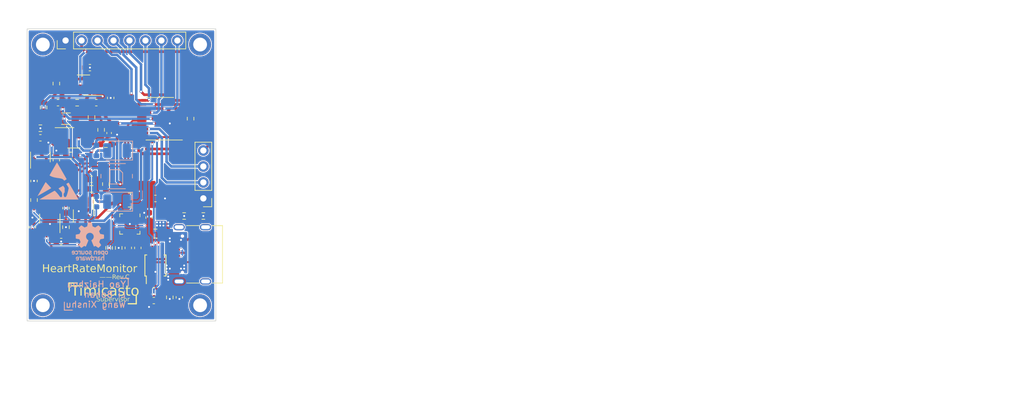
<source format=kicad_pcb>
(kicad_pcb (version 20230410) (generator pcbnew)
  (title_block (title "HeartRateMonitor") (date "2023-05-05") (rev "C") (company "Yao Haizhou") (comment 1 "Not for critical use") (comment 2 "Use at your own risk") (comment 3 "SPDX License: CERN-OHL-P-2.0"))
  (layers (0 "F.Cu" signal) (31 "B.Cu" signal) (34 "B.Paste" user) (35 "F.Paste" user) (36 "B.SilkS" user "B.Silkscreen") (37 "F.SilkS" user "F.Silkscreen") (38 "B.Mask" user) (39 "F.Mask" user) (44 "Edge.Cuts" user))
  (net 0 "")
  (net 1 "GND")
  (net 2 "+3V3")
  (net 3 "/SCR_SCK")
  (net 4 "/SCR_DATA")
  (net 5 "Net-(C21-Pad2)")
  (net 6 "Net-(U2B-+)")
  (net 7 "/SCR_BLK")
  (net 8 "Net-(J1-SHIELD)")
  (net 12 "Net-(D1-K)")
  (net 17 "Net-(U9-EXT_CAP)")
  (net 18 "Net-(U5-C1-)")
  (net 19 "Net-(U5-C1+)")
  (net 20 "Net-(U4-NRST)")
  (net 21 "Net-(U3-SS)")
  (net 22 "Net-(U3-FB)")
  (net 23 "Net-(F1-Pad1)")
  (net 24 "Net-(J1-CC1)")
  (net 25 "Net-(U1-UD+)")
  (net 26 "Net-(U1-UD-)")
  (net 28 "Net-(J1-CC2)")
  (net 30 "Net-(U1-V3)")
  (net 31 "Net-(L1-Pad1)")
  (net 32 "Net-(J2-Pin_3)")
  (net 33 "Net-(J2-Pin_2)")
  (net 34 "Net-(D3-K)")
  (net 35 "Net-(D3-A)")
  (net 36 "Net-(D2-K)")
  (net 37 "Net-(D2-A)")
  (net 38 "Net-(C17-Pad1)")
  (net 39 "Net-(C15-Pad1)")
  (net 40 "/SCR_RES")
  (net 41 "/SCR_DC")
  (net 42 "/SCR_CS")
  (net 43 "/RAW_PH")
  (net 44 "/MCU_TX")
  (net 45 "/MCU_RX")
  (net 46 "/LOW_PH")
  (net 47 "/HIGH_PH")
  (net 48 "/DIGIPOT_SDA")
  (net 49 "/DIGIPOT_SCL")
  (net 50 "/DIGIPOT_A")
  (net 51 "/AMP_PH")
  (net 52 "-3V3")
  (net 53 "+5V")
  (net 54 "Net-(U2A-+)")
  (net 55 "Net-(U6A-+)")
  (net 56 "Net-(U6B-+)")
  (net 57 "Net-(U2A--)")
  (net 58 "Net-(U2B--)")
  (footprint "Package_SO:VSSOP-8_3.0x3.0mm_P0.65mm" (layer "F.Cu") (at 40.132 43.18 180)
    (fp_text reference "U6" hide)
    (fp_text value "LM2904")
  )
  (footprint "Resistor_SMD:R_0603_1608Metric" (layer "F.Cu") (at 39.116 45.974)
    (fp_text reference "R17" hide)
    (fp_text value "3K65")
  )
  (footprint "Capacitor_SMD:C_0603_1608Metric" (layer "F.Cu") (at 41.148 40.386)
    (fp_text reference "C16" hide)
    (fp_text value "10uF")
  )
  (footprint "Capacitor_SMD:C_0603_1608Metric" (layer "F.Cu") (at 55.372 76.962 -90)
    (fp_text reference "C1" hide)
    (fp_text value "100nF")
  )
  (footprint "Package_SO:MSOP-10_3x3mm_P0.5mm" (layer "F.Cu") (at 51.562 71.882 90)
    (fp_text reference "U1" hide)
    (fp_text value "CH340E")
  )
  (footprint "Capacitor_SMD:C_0603_1608Metric" (layer "F.Cu") (at 37.338 62.751 90)
    (fp_text reference "C18" hide)
    (fp_text value "10uF")
  )
  (footprint "Resistor_SMD:R_0603_1608Metric" (layer "F.Cu") (at 32.258 61.468 -90)
    (fp_text reference "R20" hide)
    (fp_text value "10K")
  )
  (footprint "Package_SO:TSSOP-20_4.4x6.5mm_P0.65mm" (layer "F.Cu") (at 52.2555 48.525 180)
    (fp_text reference "U4" hide)
    (fp_text value "STM32G030F6Px")
  )
  (footprint "Inductor_SMD:L_1008_2520Metric" (layer "F.Cu") (at 47.498 61.468 180)
    (fp_text reference "L1" hide)
    (fp_text value "HEI252012A-2R2M-Q8")
  )
  (footprint "Capacitor_SMD:C_0603_1608Metric" (layer "F.Cu") (at 50.546 64.262 90)
    (fp_text reference "C5" hide)
    (fp_text value "100nF")
  )
  (footprint "Capacitor_SMD:C_1206_3216Metric" (layer "F.Cu") (at 37.338 48.514)
    (fp_text reference "C21" hide)
    (fp_text value "33uF")
  )
  (footprint "FP:M2-MountingHole" (layer "F.Cu") (at 33.666 78.214)
    (fp_text reference "REF**" hide)
    (fp_text value "M2-MountingHole")
  )
  (footprint "Capacitor_SMD:C_0603_1608Metric" (layer "F.Cu") (at 38.1 54.356 180)
    (fp_text reference "C12" hide)
    (fp_text value "10uF")
  )
  (footprint "Resistor_SMD:R_0603_1608Metric" (layer "F.Cu") (at 44.196 69.088 -90)
    (fp_text reference "R4" hide)
    (fp_text value "562K")
  )
  (footprint "Capacitor_SMD:C_0603_1608Metric" (layer "F.Cu") (at 48.768 69.088 -90)
    (fp_text reference "C4" hide)
    (fp_text value "10uF")
  )
  (footprint "Capacitor_SMD:C_0603_1608Metric" (layer "F.Cu") (at 51.308 77.47 180)
    (fp_text reference "C2" hide)
    (fp_text value "100nF")
  )
  (footprint "Capacitor_SMD:C_0603_1608Metric" (layer "F.Cu") (at 51.308 75.946)
    (fp_text reference "C3" hide)
    (fp_text value "100nF")
  )
  (footprint "Resistor_SMD:R_0603_1608Metric" (layer "F.Cu") (at 45.72 69.088 90)
    (fp_text reference "R5" hide)
    (fp_text value "180K")
  )
  (footprint "Resistor_SMD:R_0603_1608Metric" (layer "F.Cu") (at 43.688 52.578)
    (fp_text reference "R25" hide)
    (fp_text value "15K8")
  )
  (footprint "Capacitor_SMD:C_0603_1608Metric" (layer "F.Cu") (at 41.402 58.166)
    (fp_text reference "C8" hide)
    (fp_text value "150pF")
  )
  (footprint "Resistor_SMD:R_0603_1608Metric" (layer "F.Cu") (at 41.402 48.26 90)
    (fp_text reference "R16" hide)
    (fp_text value "1K96")
  )
  (footprint "Capacitor_SMD:C_0402_1005Metric" (layer "F.Cu") (at 44.196 50.8 -90)
    (fp_text reference "C22" hide)
    (fp_text value "15uF")
  )
  (footprint "Capacitor_SMD:C_0603_1608Metric" (layer "F.Cu") (at 33.274 51.562)
    (fp_text reference "C9" hide)
    (fp_text value "1uF")
  )
  (footprint "Capacitor_SMD:C_0603_1608Metric" (layer "F.Cu") (at 36.068 45.974)
    (fp_text reference "C17" hide)
    (fp_text value "22uF")
  )
  (footprint "Connector_PinHeader_2.54mm:PinHeader_1x04_P2.54mm_Vertical" (layer "F.Cu") (at 59.182 61.204 180)
    (fp_text reference "J2" hide)
    (fp_text value "SWD")
  )
  (footprint "Capacitor_SMD:C_0603_1608Metric" (layer "F.Cu") (at 35.814 55.118 90)
    (fp_text reference "C10" hide)
    (fp_text value "1uF")
  )
  (footprint "Resistor_SMD:R_0603_1608Metric" (layer "F.Cu") (at 43.688 58.928 -90)
    (fp_text reference "R21" hide)
    (fp_text value "10K")
  )
  (footprint "Resistor_SMD:R_0603_1608Metric" (layer "F.Cu") (at 33.274 50.038 180)
    (fp_text reference "R14" hide)
    (fp_text value "15K8")
  )
  (footprint "Resistor_SMD:R_0603_1608Metric" (layer "F.Cu") (at 35.814 42.926 90)
    (fp_text reference "R19" hide)
    (fp_text value "3K65")
  )
  (footprint "Package_TO_SOT_SMD:SOT-23-5" (layer "F.Cu") (at 33.274 54.61 90)
    (fp_text reference "U5" hide)
    (fp_text value "TPS60403")
  )
  (footprint "Package_DFN_QFN:VQFN-16-1EP_3x3mm_P0.5mm_EP1.68x1.68mm" (layer "F.Cu") (at 47.498 65.278 -90)
    (fp_text reference "U3" hide)
    (fp_text value "TLV62130")
  )
  (footprint "FP:M2-MountingHole" (layer "F.Cu") (at 33.666 36.714)
    (fp_text reference "REF**" hide)
    (fp_text value "M2-MountingHole")
  )
  (footprint "Connector_PinHeader_2.54mm:PinHeader_1x08_P2.54mm_Vertical" (layer "F.Cu") (at 37.276 36.068 90)
    (fp_text reference "J3" hide)
    (fp_text value "Conn_01x08_Pin")
  )
  (footprint "Resistor_SMD:R_0603_1608Metric" (layer "F.Cu") (at 56.134 64.008 180)
    (fp_text reference "R2" hide)
    (fp_text value "5K1")
  )
  (footprint "Capacitor_SMD:C_0603_1608Metric" (layer "F.Cu") (at 44.45 45.212 -90)
    (fp_text reference "C14" hide)
    (fp_text value "100nF")
  )
  (footprint "Fuse:Fuse_0805_2012Metric" (layer "F.Cu") (at 51.562 66.802 180)
    (fp_text reference "F1" hide)
    (fp_text value "2A")
  )
  (footprint "Resistor_SMD:R_0603_1608Metric" (layer "F.Cu") (at 59.182 64.008)
    (fp_text reference "R1" hide)
    (fp_text value "5K1")
  )
  (footprint "Package_SO:VSSOP-8_3.0x3.0mm_P0.65mm" (layer "F.Cu") (at 40.132 64.008 -90)
    (fp_text reference "U11" hide)
    (fp_text value "LM2904")
  )
  (footprint "FP:TYPE-C-SMD_HX-TYPE-C-16PIN" (layer "F.Cu") (at 57.15 70.104 90)
    (fp_text reference "J1" hide)
    (fp_text value "USB_C_Receptacle_USB2.0")
  )
  (footprint "Package_SO:VSSOP-8_3.0x3.0mm_P0.65mm" (layer "F.Cu") (at 38.608 51.562)
    (fp_text reference "U2" hide)
    (fp_text value "LM2904")
  )
  (footprint "Capacitor_SMD:C_0603_1608Metric" (layer "F.Cu") (at 42.164 45.974)
    (fp_text reference "C15" hide)
    (fp_text value "220nF")
  )
  (footprint "Resistor_SMD:R_0603_1608Metric" (layer "F.Cu") (at 33.782 46.736 90)
    (fp_text reference "R18" hide)
    (fp_text value "1K96")
  )
  (footprint "Capacitor_SMD:C_0603_1608Metric" (layer "F.Cu") (at 32.258 58.433 -90)
    (fp_text reference "C11" hide)
    (fp_text value "1uF")
  )
  (footprint "Resistor_SMD:R_0603_1608Metric" (layer "F.Cu") (at 37.338 65.786 -90)
    (fp_text reference "R22" hide)
    (fp_text value "1K")
  )
  (footprint "FP:M2-MountingHole" (layer "F.Cu") (at 58.666 36.714)
    (fp_text reference "REF**" hide)
    (fp_text value "M2-MountingHole")
  )
  (footprint "Capacitor_SMD:C_0603_1608Metric" (layer "F.Cu") (at 32.004 65.786 -90)
    (fp_text reference "C19" hide)
    (fp_text value "100nF")
  )
  (footprint "Resistor_SMD:R_0603_1608Metric" (layer "F.Cu") (at 57.15 48.514 -90)
    (fp_text reference "R8" hide)
    (fp_text value "100K")
  )
  (footprint "Capacitor_SMD:C_0603_1608Metric" (layer "F.Cu") (at 47.244 69.088 -90)
    (fp_text reference "C6" hide)
    (fp_text value "470pF")
  )
  (footprint "Resistor_SMD:R_0603_1608Metric" (layer "F.Cu") (at 53.848 76.962 90)
    (fp_text reference "R3" hide)
    (fp_text value "1M")
  )
  (footprint "FP:M2-MountingHole" (layer "F.Cu") (at 58.666 78.214)
    (fp_text reference "REF**" hide)
    (fp_text value "M2-MountingHole")
  )
  (footprint "Capacitor_SMD:C_0603_1608Metric" (layer "F.Cu") (at 51.562 61.214)
    (fp_text reference "C7" hide)
    (fp_text value "22uF")
  )
  (footprint "Resistor_SMD:R_0603_1608Metric" (layer "F.Cu") (at 42.926 50.292 -90)
    (fp_text reference "R26" hide)
    (fp_text value "3K92")
  )
  (footprint "Package_CSP:LFCSP-WD-10-1EP_3x3mm_P0.5mm_EP1.64x2.38mm" (layer "F.Cu") (at 34.77 65.18 90)
    (fp_text reference "U9" hide)
    (fp_text value "AD5272BCP")
  )
  (footprint "Capacitor_SMD:C_0603_1608Metric" (layer "F.Cu") (at 36.576 68.072)
    (fp_text reference "C20" hide)
    (fp_text value "1uF")
  )
  (footprint "Resistor_SMD:R_0603_1608Metric" (layer "F.Cu") (at 41.402 59.69)
    (fp_text reference "R13" hide)
    (fp_text value "500K")
  )
  (footprint "Symbol:ESD-Logo_6.6x6mm_SilkScreen" (layer "B.Cu") (at 36.068 58.42 180)
    (fp_text reference "REF**" hide)
    (fp_text value "ESD-Logo_6.6x6mm_SilkScreen" hide)
  )
  (footprint "Symbol:OSHW-Logo_5.7x6mm_SilkScreen" (layer "B.Cu") (at 41.148 68.072 180)
    (fp_text reference "REF**" hide)
    (fp_text value "OSHW-Logo_5.7x6mm_SilkScreen" hide)
  )
  (footprint "Capacitor_Tantalum_SMD:CP_EIA-3528-21_Kemet-B" (layer "B.Cu") (at 45.466 61.722 180)
    (fp_text reference "D2" hide)
    (fp_text value "VLMTG41S2U1")
  )
  (footprint "Capacitor_Tantalum_SMD:CP_EIA-3528-21_Kemet-B" (layer "B.Cu") (at 45.466 53.594 180)
    (fp_text reference "D3" hide)
    (fp_text value "VLMTG41S2U1")
  )
  (footprint "FP:VEMD5510C" (layer "B.Cu") (at 42.799 55.613 -90)
    (fp_text reference "D1" hide)
    (fp_text value "VEMD5510C")
  )
  (footprint "Resistor_SMD:R_0603_1608Metric" (layer "B.Cu") (at 42.164 53.594 90)
    (fp_text reference "R24" hide)
    (fp_text value "4.7R")
  )
  (footprint "Resistor_SMD:R_0603_1608Metric" (layer "B.Cu") (at 42.164 61.722 -90)
    (fp_text reference "R23" hide)
    (fp_text value "4.7R")
  )
  (gr_line locked (start 37.084 78.994) (end 38.354 78.994) (stroke (width 0.15)) (layer "B.SilkS"))
  (gr_line locked (start 47.244 73.914) (end 45.974 73.914) (stroke (width 0.15)) (layer "B.SilkS"))
  (gr_line locked (start 47.244 73.914) (end 47.244 75.184) (stroke (width 0.15)) (layer "B.SilkS"))
  (gr_line locked (start 37.084 77.724) (end 37.084 78.994) (stroke (width 0.15)) (layer "B.SilkS"))
  (gr_line locked (start 48.514 77.978) (end 47.244 77.978) (stroke (width 0.2032)) (layer "F.SilkS"))
  (gr_line locked (start 48.514 77.978) (end 48.514 76.708) (stroke (width 0.2032)) (layer "F.SilkS"))
  (gr_line locked (start 39.116 74.676) (end 37.846 74.676) (stroke (width 0.2032)) (layer "F.SilkS"))
  (gr_line locked (start 37.846 74.676) (end 37.846 75.946) (stroke (width 0.2032)) (layer "F.SilkS"))
  (gr_rect locked (start 31.166 34.214) (end 61.166 80.714) (stroke (width 0.1)) (fill none) (layer "Edge.Cuts"))
  (gr_text locked "Yao Haizhou\nLi Bohan\nWang Xinshu" (at 46.966 78.684) (layer "B.SilkS") (effects (font (size 1 1)) (justify left bottom mirror)))
  (gr_text locked "Supervisor" (at 42.164 77.724) (layer "F.SilkS") (effects (font (size 0.7112 0.7112)) (justify left bottom)))
  (gr_text locked "Timicasto" (at 38.1 76.962) (layer "F.SilkS") (effects (font (size 1.6256 1.6256)) (justify left bottom)))
  (gr_text locked "HeartRateMonitor" (at 33.528 73.152) (layer "F.SilkS") (effects (font (size 1.2192 1.2192)) (justify left bottom)))
  (gr_text locked "——Rev.C" (at 42.672 74.168) (layer "F.SilkS") (effects (font (size 0.7112 0.7112)) (justify left bottom)))
  (segment locked (start 48.768 69.863) (end 47.244 69.863) (width 0.508) (layer "F.Cu") (net 1))
  (segment locked (start 54.76748 66.9036) (end 53.9496 66.9036) (width 0.508) (layer "F.Cu") (net 1))
  (segment locked (start 54.76748 73.3044) (end 53.9496 73.3044) (width 0.508) (layer "F.Cu") (net 1))
  (segment locked (start 50.546 63.487) (end 49.797 63.487) (width 0.508) (layer "F.Cu") (net 1))
  (segment locked (start 35.27 66.6275) (end 35.27 65.68) (width 0.254) (layer "F.Cu") (net 1))
  (segment locked (start 39.807 62.809) (end 39.807 61.808) (width 0.4064) (layer "F.Cu") (net 1))
  (segment locked (start 53.594 65.532) (end 53.594 65.024) (width 0.508) (layer "F.Cu") (net 1))
  (segment locked (start 53.594 73.66) (end 53.594 74.168) (width 0.508) (layer "F.Cu") (net 1))
  (segment locked (start 34.224 53.4725) (end 34.224 52.644) (width 0.4064) (layer "F.Cu") (net 1))
  (segment locked (start 47.244 69.863) (end 45.77 69.863) (width 0.4064) (layer "F.Cu") (net 1))
  (segment locked (start 34.798 65.208) (end 34.77 65.18) (width 0.254) (layer "F.Cu") (net 1))
  (segment locked (start 45.72 69.913) (end 45.72 69.088) (width 0.4064) (layer "F.Cu") (net 1))
  (segment locked (start 45.77 69.863) (end 45.72 69.913) (width 0.4064) (layer "F.Cu") (net 1))
  (segment locked (start 50.533 77.47) (end 50.533 78.473) (width 0.4064) (layer "F.Cu") (net 1))
  (segment locked (start 37.338 63.526) (end 37.338 64.961) (width 0.254) (layer "F.Cu") (net 1))
  (segment locked (start 48.9605 65.028) (end 47.748 65.028) (width 0.254) (layer "F.Cu") (net 1))
  (segment locked (start 51.562 75.425) (end 52.083 75.946) (width 0.3048) (layer "F.Cu") (net 1))
  (segment locked (start 50.533 78.473) (end 50.546 78.486) (width 0.4064) (layer "F.Cu") (net 1))
  (segment locked (start 53.594 66.548) (end 53.594 65.532) (width 0.508) (layer "F.Cu") (net 1))
  (segment locked (start 35.27 65.68) (end 34.868 65.278) (width 0.254) (layer "F.Cu") (net 1))
  (segment locked (start 51.562 74.082) (end 51.562 72.898) (width 0.3048) (layer "F.Cu") (net 1))
  (segment locked (start 35.77 64.18) (end 34.77 65.18) (width 0.254) (layer "F.Cu") (net 1))
  (segment locked (start 51.562 74.082) (end 51.562 75.425) (width 0.3048) (layer "F.Cu") (net 1))
  (segment locked (start 53.848 49.276) (end 54.274 48.85) (width 0.4064) (layer "F.Cu") (net 1))
  (segment locked (start 45.466 52.324) (end 45.466 51.054) (width 0.4064) (layer "F.Cu") (net 1))
  (segment locked (start 34.798 65.278) (end 34.798 65.208) (width 0.254) (layer "F.Cu") (net 1))
  (segment locked (start 45.212 52.578) (end 45.466 52.324) (width 0.4064) (layer "F.Cu") (net 1))
  (segment locked (start 41.923 40.386) (end 41.148 40.386) (width 0.4064) (layer "F.Cu") (net 1))
  (segment locked (start 32.258 59.208) (end 32.258 58.42) (width 0.4064) (layer "F.Cu") (net 1))
  (segment locked (start 37.351 68.072) (end 36.576 68.072) (width 0.254) (layer "F.Cu") (net 1))
  (segment locked (start 60.007 64.008) (end 59.182 64.008) (width 0.3048) (layer "F.Cu") (net 1))
  (segment locked (start 34.868 65.278) (end 34.798 65.278) (width 0.254) (layer "F.Cu") (net 1))
  (segment locked (start 54.274 48.85) (end 55.118 48.85) (width 0.4064) (layer "F.Cu") (net 1))
  (segment locked (start 48.9605 64.528) (end 48.9605 65.028) (width 0.254) (layer "F.Cu") (net 1))
  (segment locked (start 37.338 64.961) (end 37.338 65.786) (width 0.254) (layer "F.Cu") (net 1))
  (segment locked (start 34.224 52.644) (end 34.544 52.324) (width 0.4064) (layer "F.Cu") (net 1))
  (segment locked (start 47.748 65.028) (end 47.498 65.278) (width 0.254) (layer "F.Cu") (net 1))
  (segment locked (start 53.9496 73.3044) (end 53.594 73.66) (width 0.508) (layer "F.Cu") (net 1))
  (segment locked (start 32.449 50.038) (end 33.274 50.038) (width 0.4064) (layer "F.Cu") (net 1))
  (segment locked (start 55.309 64.008) (end 56.134 64.008) (width 0.3048) (layer "F.Cu") (net 1))
  (segment locked (start 46.0355 65.028) (end 47.248 65.028) (width 0.254) (layer "F.Cu") (net 1))
  (segment locked (start 44.45 45.987) (end 44.45 45.212) (width 0.4064) (layer "F.Cu") (net 1))
  (segment locked (start 47.248 65.028) (end 47.498 65.278) (width 0.254) (layer "F.Cu") (net 1))
  (segment locked (start 49.797 63.487) (end 49.784 63.5) (width 0.508) (layer "F.Cu") (net 1))
  (segment locked (start 32.004 65.011) (end 32.004 64.262) (width 0.4064) (layer "F.Cu") (net 1))
  (segment locked (start 39.37 63.246) (end 39.807 62.809) (width 0.4064) (layer "F.Cu") (net 1))
  (segment locked (start 52.337 61.214) (end 53.086 61.214) (width 0.4064) (layer "F.Cu") (net 1))
  (segment locked (start 35.77 63.7325) (end 35.77 64.18) (width 0.254) (layer "F.Cu") (net 1))
  (segment locked (start 53.848 77.787) (end 53.848 77.216) (width 0.508) (layer "F.Cu") (net 1))
  (segment locked (start 55.372 77.737) (end 55.372 77.216) (width 0.508) (layer "F.Cu") (net 1))
  (segment locked (start 53.9496 66.9036) (end 53.594 66.548) (width 0.508) (layer "F.Cu") (net 1))
  (segment locked (start 44.513 52.578) (end 45.212 52.578) (width 0.4064) (layer "F.Cu") (net 1))
  (segment locked (start 35.814 54.343) (end 35.814 53.594) (width 0.4064) (layer "F.Cu") (net 1))
  (via locked (at 53.594 65.532) (size 0.4) (drill 0.3) (layers "F.Cu" "B.Cu") (net 1))
  (via locked (at 37.338 65.786) (size 0.4) (drill 0.3) (layers "F.Cu" "B.Cu") (net 1))
  (via locked (at 53.594 73.66) (size 0.4) (drill 0.3) (layers "F.Cu" "B.Cu") (net 1))
  (via locked (at 33.274 50.038) (size 0.4) (drill 0.3) (layers "F.Cu" "B.Cu") (net 1))
  (via locked (at 32.258 58.42) (size 0.4) (drill 0.3) (layers "F.Cu" "B.Cu") (net 1))
  (via locked (at 53.848 77.216) (size 0.4) (drill 0.3) (layers "F.Cu" "B.Cu") (net 1))
  (via locked (at 53.086 61.214) (size 0.4) (drill 0.3) (layers "F.Cu" "B.Cu") (net 1))
  (via locked (at 53.848 49.276) (size 0.4) (drill 0.3) (layers "F.Cu" "B.Cu") (net 1))
  (via locked (at 44.45 45.212) (size 0.4) (drill 0.3) (layers "F.Cu" "B.Cu") (net 1))
  (via locked (at 56.134 64.008) (size 0.4) (drill 0.3) (layers "F.Cu" "B.Cu") (net 1))
  (via locked (at 36.576 68.072) (size 0.4) (drill 0.3) (layers "F.Cu" "B.Cu") (net 1))
  (via locked (at 49.784 63.5) (size 0.4) (drill 0.3) (layers "F.Cu" "B.Cu") (net 1))
  (via locked (at 39.37 63.246) (size 0.4) (drill 0.3) (layers "F.Cu" "B.Cu") (net 1))
  (via locked (at 50.546 78.486) (size 0.4) (drill 0.3) (layers "F.Cu" "B.Cu") (net 1))
  (via locked (at 55.372 77.216) (size 0.4) (drill 0.3) (layers "F.Cu" "B.Cu") (net 1))
  (via locked (at 32.004 64.262) (size 0.4) (drill 0.3) (layers "F.Cu" "B.Cu") (net 1))
  (via locked (at 34.544 52.324) (size 0.4) (drill 0.3) (layers "F.Cu" "B.Cu") (net 1))
  (via locked (at 45.72 69.088) (size 0.4) (drill 0.3) (layers "F.Cu" "B.Cu") (net 1))
  (via locked (at 41.148 40.386) (size 0.4) (drill 0.3) (layers "F.Cu" "B.Cu") (net 1))
  (via locked (at 35.814 53.594) (size 0.4) (drill 0.3) (layers "F.Cu" "B.Cu") (net 1))
  (via locked (at 53.594 74.168) (size 0.4) (drill 0.3) (layers "F.Cu" "B.Cu") (net 1))
  (via locked (at 34.798 65.278) (size 0.4) (drill 0.3) (layers "F.Cu" "B.Cu") (net 1))
  (via locked (at 51.562 72.898) (size 0.4) (drill 0.3) (layers "F.Cu" "B.Cu") (net 1))
  (via locked (at 45.466 51.054) (size 0.4) (drill 0.3) (layers "F.Cu" "B.Cu") (net 1))
  (via locked (at 53.594 65.024) (size 0.4) (drill 0.3) (layers "F.Cu" "B.Cu") (net 1))
  (via locked (at 47.498 65.278) (size 0.4) (drill 0.3) (layers "F.Cu" "B.Cu") (net 1))
  (via locked (at 59.182 64.008) (size 0.4) (drill 0.3) (layers "F.Cu" "B.Cu") (net 1))
  (segment locked (start 37.338 61.976) (end 37.338 62.738) (width 0.254) (layer "F.Cu") (net 2))
  (segment locked (start 41.402 53.848) (end 39.357 55.893) (width 0.4064) (layer "F.Cu") (net 2))
  (segment locked (start 39.157 44.155) (end 39.624 43.688) (width 0.4064) (layer "F.Cu") (net 2))
  (segment locked (start 60.325 62.357) (end 60.452 62.23) (width 0.4064) (layer "F.Cu") (net 2))
  (segment locked (start 45.4155 65.528) (end 45.4115 65.532) (width 0.254) (layer "F.Cu") (net 2))
  (segment locked (start 33.77 67.576) (end 33.528 67.818) (width 0.254) (layer "F.Cu") (net 2))
  (segment locked (start 32.004 66.561) (end 32.004 65.786) (width 0.254) (layer "F.Cu") (net 2))
  (segment locked (start 39.37 51.054) (end 39.837 50.587) (width 0.4064) (layer "F.Cu") (net 2))
  (segment locked (start 57.404 62.23) (end 57.912 62.738) (width 0.4064) (layer "F.Cu") (net 2))
  (segment locked (start 42.418 64.262) (end 41.656 64.262) (width 0.4064) (layer "F.Cu") (net 2))
  (segment locked (start 39.624 43.688) (end 39.624 42.926) (width 0.4064) (layer "F.Cu") (net 2))
  (segment locked (start 45.657 59.753) (end 45.72 59.69) (width 0.254) (layer "F.Cu") (net 2))
  (segment locked (start 39.37 51.816) (end 39.37 51.054) (width 0.4064) (layer "F.Cu") (net 2))
  (segment locked (start 60.452 52.324) (end 60.452 49.276) (width 0.4064) (layer "F.Cu") (net 2))
  (segment locked (start 49.78 65.528) (end 49.784 65.532) (width 0.254) (layer "F.Cu") (net 2))
  (segment locked (start 44.196 69.913) (end 44.196 69.088) (width 0.254) (layer "F.Cu") (net 2))
  (segment locked (start 60.452 49.276) (end 60.452 48.514) (width 0.4064) (layer "F.Cu") (net 2))
  (segment locked (start 35.814 55.893) (end 35.814 56.642) (width 0.4064) (layer "F.Cu") (net 2))
  (segment locked (start 37.932 44.155) (end 39.157 44.155) (width 0.4064) (layer "F.Cu") (net 2))
  (segment locked (start 45.212 61.468) (end 42.418 64.262) (width 0.4064) (layer "F.Cu") (net 2))
  (segment locked (start 57.15 49.339) (end 56.325 49.339) (width 0.4064) (layer "F.Cu") (net 2))
  (segment locked (start 39.357 55.893) (end 35.814 55.893) (width 0.4064) (layer "F.Cu") (net 2))
  (segment locked (start 56.325 49.339) (end 56.164 49.5) (width 0.4064) (layer "F.Cu") (net 2))
  (segment locked (start 33.274 56.642) (end 33.274 55.7475) (width 0.4064) (layer "F.Cu") (net 2))
  (segment locked (start 55.118 49.5) (end 56.164 49.5) (width 0.4064) (layer "F.Cu") (net 2))
  (segment locked (start 35.56 56.896) (end 33.528 56.896) (width 0.4064) (layer "F.Cu") (net 2))
  (segment locked (start 32.258 62.293) (end 32.258 63.246) (width 0.254) (layer "F.Cu") (net 2))
  (segment locked (start 46.423 61.468) (end 45.212 61.468) (width 0.4064) (layer "F.Cu") (net 2))
  (segment locked (start 60.452 62.23) (end 60.452 60.706) (width 0.4064) (layer "F.Cu") (net 2))
  (segment locked (start 44.704 64.516) (end 44.704 63.5) (width 0.254) (layer "F.Cu") (net 2))
  (segment locked (start 41.402 53.594) (end 41.402 53.848) (width 0.4064) (layer "F.Cu") (net 2))
  (segment locked (start 40.386 37.846) (end 39.816 37.276) (width 0.4064) (layer "F.Cu") (net 2))
  (segment locked (start 46.0355 65.528) (end 45.4155 65.528) (width 0.254) (layer "F.Cu") (net 2))
  (segment locked (start 33.77 66.6275) (end 33.77 67.576) (width 0.254) (layer "F.Cu") (net 2))
  (segment locked (start 59.944 62.738) (end 60.325 62.357) (width 0.4064) (layer "F.Cu") (net 2))
  (segment locked (start 60.452 52.324) (end 60.442 52.324) (width 0.4064) (layer "F.Cu") (net 2))
  (segment locked (start 32.258 67.818) (end 32.004 67.564) (width 0.254) (layer "F.Cu") (net 2))
  (segment locked (start 50.8 62.23) (end 52.578 62.23) (width 0.4064) (layer "F.Cu") (net 2))
  (segment locked (start 60.452 60.706) (end 60.452 52.324) (width 0.4064) (layer "F.Cu") (net 2))
  (segment locked (start 40.386 37.846) (end 56.134 37.846) (width 0.4064) (layer "F.Cu") (net 2))
  (segment locked (start 45.466 62.738) (end 45.72 62.738) (width 0.254) (layer "F.Cu") (net 2))
  (segment locked (start 44.704 63.5) (end 45.466 62.738) (width 0.254) (layer "F.Cu") (net 2))
  (segment locked (start 35.814 56.642) (end 35.56 56.896) (width 0.4064) (layer "F.Cu") (net 2))
  (segment locked (start 33.528 67.818) (end 32.258 67.818) (width 0.254) (layer "F.Cu") (net 2))
  (segment locked (start 52.578 62.23) (end 57.404 62.23) (width 0.4064) (layer "F.Cu") (net 2))
  (segment locked (start 56.134 37.846) (end 57.404 39.116) (width 0.4064) (layer "F.Cu") (net 2))
  (segment locked (start 48.9605 65.528) (end 49.78 65.528) (width 0.254) (layer "F.Cu") (net 2))
  (segment locked (start 32.004 67.564) (end 32.004 66.561) (width 0.254) (layer "F.Cu") (net 2))
  (segment locked (start 35.27 62.52) (end 35.814 61.976) (width 0.254) (layer "F.Cu") (net 2))
  (segment locked (start 35.27 63.7325) (end 35.27 62.52) (width 0.254) (layer "F.Cu") (net 2))
  (segment locked (start 37.338 61.976) (end 35.814 61.976) (width 0.254) (layer "F.Cu") (net 2))
  (segment locked (start 59.627 49.339) (end 60.452 48.514) (width 0.4064) (layer "F.Cu") (net 2))
  (segment locked (start 60.442 52.324) (end 59.182 53.584) (width 0.4064) (layer "F.Cu") (net 2))
  (segment locked (start 39.816 37.276) (end 39.816 36.068) (width 0.4064) (layer "F.Cu") (net 2))
  (segment locked (start 59.69 39.116) (end 60.452 39.878) (width 0.4064) (layer "F.Cu") (net 2))
  (segment locked (start 39.837 50.587) (end 40.808 50.587) (width 0.4064) (layer "F.Cu") (net 2))
  (segment locked (start 57.15 49.339) (end 59.627 49.339) (width 0.4064) (layer "F.Cu") (net 2))
  (segment locked (start 57.404 39.116) (end 59.69 39.116) (width 0.4064) (layer "F.Cu") (net 2))
  (segment locked (start 33.528 56.896) (end 33.274 56.642) (width 0.4064) (layer "F.Cu") (net 2))
  (segment locked (start 57.912 62.738) (end 59.944 62.738) (width 0.4064) (layer "F.Cu") (net 2))
  (segment locked (start 60.452 39.878) (end 60.452 48.514) (width 0.4064) (layer "F.Cu") (net 2))
  (segment locked (start 41.107 64.811) (end 41.107 66.208) (width 0.4064) (layer "F.Cu") (net 2))
  (segment locked (start 43.688 59.753) (end 45.657 59.753) (width 0.254) (layer "F.Cu") (net 2))
  (segment locked (start 41.656 64.262) (end 41.107 64.811) (width 0.4064) (layer "F.Cu") (net 2))
  (via locked (at 39.37 51.816) (size 0.4) (drill 0.3) (layers "F.Cu" "B.Cu") (net 2))
  (via locked (at 45.974 62.23) (size 0.4) (drill 0.3) (layers "F.Cu" "B.Cu") (net 2))
  (via locked (at 49.784 65.532) (size 0.4) (drill 0.3) (layers "F.Cu" "B.Cu") (net 2))
  (via locked (at 44.704 64.516) (size 0.4) (drill 0.3) (layers "F.Cu" "B.Cu") (net 2))
  (via locked (at 45.4115 65.532) (size 0.4) (drill 0.3) (layers "F.Cu" "B.Cu") (net 2))
  (via locked (at 45.974 58.928) (size 0.4) (drill 0.3) (layers "F.Cu" "B.Cu") (net 2))
  (via locked (at 40.386 37.846) (size 0.4) (drill 0.3) (layers "F.Cu" "B.Cu") (net 2))
  (via locked (at 32.258 63.246) (size 0.4) (drill 0.3) (layers "F.Cu" "B.Cu") (net 2))
  (via locked (at 32.004 65.786) (size 0.4) (drill 0.3) (layers "F.Cu" "B.Cu") (net 2))
  (via locked (at 44.196 69.088) (size 0.4) (drill 0.3) (layers "F.Cu" "B.Cu") (net 2))
  (via locked (at 39.624 42.926) (size 0.4) (drill 0.3) (layers "F.Cu" "B.Cu") (net 2))
  (via locked (at 41.402 53.594) (size 0.4) (drill 0.3) (layers "F.Cu" "B.Cu") (net 2))
  (via locked (at 37.338 62.738) (size 0.4) (drill 0.3) (layers "F.Cu" "B.Cu") (net 2))
  (segment locked (start 41.402 53.531) (end 42.164 52.769) (width 0.4064) (layer "B.Cu") (net 2))
  (segment locked (start 49.022 65.532) (end 48.768 65.786) (width 0.254) (layer "B.Cu") (net 2))
  (segment locked (start 37.338 62.738) (end 37.338 64.008) (width 0.254) (layer "B.Cu") (net 2))
  (segment locked (start 44.196 68.58) (end 44.45 68.326) (width 0.254) (layer "B.Cu") (net 2))
  (segment locked (start 32.258 63.5) (end 32.512 63.754) (width 0.254) (layer "B.Cu") (net 2))
  (segment locked (start 42.164 64.008) (end 42.164 62.547) (width 0.254) (layer "B.Cu") (net 2))
  (segment locked (start 33.782 64.77) (end 33.02 64.77) (width 0.254) (layer "B.Cu") (net 2))
  (segment locked (start 38.1 64.77) (end 41.402 64.77) (width 0.254) (layer "B.Cu") (net 2))
  (segment locked (start 40.386 37.846) (end 39.624 38.608) (width 0.4064) (layer "B.Cu") (net 2))
  (segment locked (start 41.402 64.77) (end 42.164 64.008) (width 0.254) (layer "B.Cu") (net 2))
  (segment locked (start 42.164 52.07) (end 42.164 52.769) (width 0.4064) (layer "B.Cu") (net 2))
  (segment locked (start 45.974 58.928) (end 45.466 58.42) (width 0.4064) (layer "B.Cu") (net 2))
  (segment locked (start 39.37 51.816) (end 39.37 52.832) (width 0.4064) (layer "B.Cu") (net 2))
  (segment locked (start 44.958 65.532) (end 44.704 65.786) (width 0.254) (layer "B.Cu") (net 2))
  (segment locked (start 33.528 64.77) (end 33.782 64.77) (width 0.254) (layer "B.Cu") (net 2))
  (segment locked (start 41.402 53.594) (end 41.402 53.531) (width 0.4064) (layer "B.Cu") (net 2))
  (segment locked (start 42.418 51.816) (end 42.164 52.07) (width 0.4064) (layer "B.Cu") (net 2))
  (segment locked (start 49.784 65.532) (end 49.022 65.532) (width 0.254) (layer "B.Cu") (net 2))
  (segment locked (start 33.782 64.77) (end 38.1 64.77) (width 0.254) (layer "B.Cu") (net 2))
  (segment locked (start 44.704 68.072) (end 44.704 67.818) (width 0.254) (layer "B.Cu") (net 2))
  (segment locked (start 45.4115 65.532) (end 44.958 65.532) (width 0.254) (layer "B.Cu") (net 2))
  (segment locked (start 44.196 69.088) (end 44.196 68.58) (width 0.254) (layer "B.Cu") (net 2))
  (segment locked (start 39.624 38.608) (end 39.624 42.926) (width 0.4064) (layer "B.Cu") (net 2))
  (segment locked (start 32.258 63.246) (end 32.258 63.5) (width 0.254) (layer "B.Cu") (net 2))
  (segment locked (start 44.704 64.516) (end 44.704 65.786) (width 0.254) (layer "B.Cu") (net 2))
  (segment locked (start 33.02 64.77) (end 32.004 65.786) (width 0.254) (layer "B.Cu") (net 2))
  (segment locked (start 32.512 63.754) (end 33.528 64.77) (width 0.254) (layer "B.Cu") (net 2))
  (segment locked (start 45.466 58.42) (end 45.466 52.07) (width 0.4064) (layer "B.Cu") (net 2))
  (segment locked (start 46.99 65.786) (end 46.736 65.532) (width 0.254) (layer "B.Cu") (net 2))
  (segment locked (start 44.45 68.326) (end 44.704 68.072) (width 0.254) (layer "B.Cu") (net 2))
  (segment locked (start 46.736 65.532) (end 45.4115 65.532) (width 0.254) (layer "B.Cu") (net 2))
  (segment locked (start 37.338 64.008) (end 38.1 64.77) (width 0.254) (layer "B.Cu") (net 2))
  (segment locked (start 43.434 64.77) (end 41.402 64.77) (width 0.4064) (layer "B.Cu") (net 2))
  (segment locked (start 45.212 51.816) (end 42.418 51.816) (width 0.4064) (layer "B.Cu") (net 2))
  (segment locked (start 40.132 53.594) (end 41.402 53.594) (width 0.4064) (layer "B.Cu") (net 2))
  (segment locked (start 48.768 65.786) (end 46.99 65.786) (width 0.254) (layer "B.Cu") (net 2))
  (segment locked (start 44.704 67.818) (end 44.704 65.786) (width 0.254) (layer "B.Cu") (net 2))
  (segment locked (start 39.37 52.832) (end 40.132 53.594) (width 0.4064) (layer "B.Cu") (net 2))
  (segment locked (start 45.974 62.23) (end 43.434 64.77) (width 0.4064) (layer "B.Cu") (net 2))
  (segment locked (start 45.466 52.07) (end 45.212 51.816) (width 0.4064) (layer "B.Cu") (net 2))
  (segment locked (start 47.752 44.45) (end 47.752 45.72) (width 0.4064) (layer "F.Cu") (net 3))
  (segment locked (start 48.282 46.25) (end 49.393 46.25) (width 0.4064) (layer "F.Cu") (net 3))
  (segment locked (start 47.752 45.72) (end 48.282 46.25) (width 0.4064) (layer "F.Cu") (net 3))
  (via locked (at 47.752 44.45) (size 0.4) (drill 0.3) (layers "F.Cu" "B.Cu") (net 3))
  (segment locked (start 47.752 44.45) (end 47.752 40.64) (width 0.4064) (layer "B.Cu") (net 3))
  (segment locked (start 44.642 38.354) (end 45.466 38.354) (width 0.4064) (layer "B.Cu") (net 3))
  (segment locked (start 42.356 36.068) (end 44.642 38.354) (width 0.4064) (layer "B.Cu") (net 3))
  (segment locked (start 47.752 40.64) (end 45.466 38.354) (width 0.4064) (layer "B.Cu") (net 3))
  (segment locked (start 51.33 46.25) (end 51.308 46.228) (width 0.4064) (layer "F.Cu") (net 4))
  (segment locked (start 55.118 46.25) (end 51.33 46.25) (width 0.4064) (layer "F.Cu") (net 4))
  (via locked (at 51.308 46.228) (size 0.4) (drill 0.3) (layers "F.Cu" "B.Cu") (net 4))
  (segment locked (start 48.514 45.466) (end 48.514 40.386) (width 0.4064) (layer "B.Cu") (net 4))
  (segment locked (start 51.308 46.228) (end 49.276 46.228) (width 0.4064) (layer "B.Cu") (net 4))
  (segment locked (start 46.482 37.654) (end 44.896 36.068) (width 0.4064) (layer "B.Cu") (net 4))
  (segment locked (start 49.276 46.228) (end 48.514 45.466) (width 0.4064) (layer "B.Cu") (net 4))
  (segment locked (start 48.514 40.386) (end 46.482 38.354) (width 0.4064) (layer "B.Cu") (net 4))
  (segment locked (start 46.482 38.354) (end 46.482 37.654) (width 0.4064) (layer "B.Cu") (net 4))
  (segment locked (start 44.196 50.32) (end 44.196 49.784) (width 0.4064) (layer "F.Cu") (net 5))
  (segment locked (start 39.067 48.26) (end 38.813 48.514) (width 0.4064) (layer "F.Cu") (net 5))
  (segment locked (start 42.926 49.467) (end 42.926 48.514) (width 0.4064) (layer "F.Cu") (net 5))
  (segment locked (start 42.926 48.514) (end 42.672 48.26) (width 0.4064) (layer "F.Cu") (net 5))
  (segment locked (start 42.672 48.26) (end 39.067 48.26) (width 0.4064) (layer "F.Cu") (net 5))
  (segment locked (start 43.879 49.467) (end 42.926 49.467) (width 0.4064) (layer "F.Cu") (net 5))
  (segment locked (start 44.196 49.784) (end 43.879 49.467) (width 0.4064) (layer "F.Cu") (net 5))
  (segment locked (start 42.822 52.537) (end 42.863 52.578) (width 0.4064) (layer "F.Cu") (net 6))
  (segment locked (start 40.808 52.537) (end 42.822 52.537) (width 0.4064) (layer "F.Cu") (net 6))
  (segment locked (start 44.161 51.28) (end 42.863 52.578) (width 0.4064) (layer "F.Cu") (net 6))
  (segment locked (start 44.196 51.28) (end 44.161 51.28) (width 0.4064) (layer "F.Cu") (net 6))
  (segment locked (start 52.996 46.9) (end 49.393 46.9) (width 0.4064) (layer "F.Cu") (net 7))
  (via locked (at 52.996 46.9) (size 0.4) (drill 0.3) (layers "F.Cu" "B.Cu") (net 7))
  (segment locked (start 52.996 46.9) (end 54.446 46.9) (width 0.4064) (layer "B.Cu") (net 7))
  (segment locked (start 54.446 46.9) (end 55.056 46.29) (width 0.4064) (layer "B.Cu") (net 7))
  (segment locked (start 55.056 46.29) (end 55.056 36.068) (width 0.4064) (layer "B.Cu") (net 7))
  (segment locked (start 40.457 61.808) (end 40.457 59.81) (width 0.4064) (layer "F.Cu") (net 12))
  (segment locked (start 41.402 56.642) (end 40.627 57.417) (width 0.4064) (layer "F.Cu") (net 12))
  (segment locked (start 40.577 58.216) (end 40.627 58.166) (width 0.4064) (layer "F.Cu") (net 12))
  (segment locked (start 40.627 57.417) (end 40.627 58.166) (width 0.4064) (layer "F.Cu") (net 12))
  (segment locked (start 40.577 59.69) (end 40.577 58.216) (width 0.4064) (layer "F.Cu") (net 12))
  (segment locked (start 40.457 59.81) (end 40.577 59.69) (width 0.4064) (layer "F.Cu") (net 12))
  (via locked (at 41.402 56.642) (size 0.4) (drill 0.3) (layers "F.Cu" "B.Cu") (net 12))
  (segment locked (start 41.402 56.642) (end 41.656 56.388) (width 0.4064) (layer "B.Cu") (net 12))
  (segment locked (start 41.656 56.388) (end 43.299 56.388) (width 0.4064) (layer "B.Cu") (net 12))
  (segment locked (start 35.77 66.6275) (end 35.77 68.041) (width 0.254) (layer "F.Cu") (net 17))
  (segment locked (start 35.77 68.041) (end 35.801 68.072) (width 0.254) (layer "F.Cu") (net 17))
  (segment locked (start 34.224 54.798) (end 34.036 54.61) (width 0.4064) (layer "F.Cu") (net 18))
  (segment locked (start 33.782 54.61) (end 33.274 54.102) (width 0.4064) (layer "F.Cu") (net 18))
  (segment locked (start 33.274 54.102) (end 33.274 52.337) (width 0.4064) (layer "F.Cu") (net 18))
  (segment locked (start 34.224 55.7475) (end 34.224 54.798) (width 0.4064) (layer "F.Cu") (net 18))
  (segment locked (start 34.036 54.61) (end 33.782 54.61) (width 0.4064) (layer "F.Cu") (net 18))
  (segment locked (start 33.274 52.337) (end 34.049 51.562) (width 0.4064) (layer "F.Cu") (net 18))
  (segment locked (start 32.324 51.737) (end 32.499 51.562) (width 0.4064) (layer "F.Cu") (net 19))
  (segment locked (start 32.324 53.4725) (end 32.324 51.737) (width 0.4064) (layer "F.Cu") (net 19))
  (segment locked (start 55.118 48.2) (end 56.639 48.2) (width 0.4064) (layer "F.Cu") (net 20))
  (segment locked (start 56.639 48.2) (end 57.15 47.689) (width 0.4064) (layer "F.Cu") (net 20))
  (segment locked (start 46.748 66.7405) (end 46.748 67.817) (width 0.254) (layer "F.Cu") (net 21))
  (segment locked (start 46.748 67.817) (end 47.244 68.313) (width 0.254) (layer "F.Cu") (net 21))
  (segment locked (start 45.72 68.263) (end 45.212 68.263) (width 0.254) (layer "F.Cu") (net 22))
  (segment locked (start 45.454 64.528) (end 46.0355 64.528) (width 0.254) (layer "F.Cu") (net 22))
  (segment locked (start 44.958 68.009) (end 44.958 65.024) (width 0.254) (layer "F.Cu") (net 22))
  (segment locked (start 44.958 65.024) (end 45.454 64.528) (width 0.254) (layer "F.Cu") (net 22))
  (segment locked (start 45.212 68.263) (end 44.958 68.009) (width 0.254) (layer "F.Cu") (net 22))
  (segment locked (start 45.72 68.263) (end 44.196 68.263) (width 0.254) (layer "F.Cu") (net 22))
  (via locked (at 53.34 71.882) (size 0.4) (drill 0.3) (layers "F.Cu" "B.Cu") (net 23))
  (via locked (at 53.848 72.39) (size 0.4) (drill 0.3) (layers "F.Cu" "B.Cu") (net 23))
  (via locked (at 56.134 72.39) (size 0.4) (drill 0.3) (layers "F.Cu" "B.Cu") (net 23))
  (via locked (at 53.848 67.564) (size 0.4) (drill 0.3) (layers "F.Cu" "B.Cu") (net 23))
  (via locked (at 52.324 65.024) (size 0.4) (drill 0.3) (layers "F.Cu" "B.Cu") (net 23))
  (via locked (at 51.816 65.532) (size 0.4) (drill 0.3) (layers "F.Cu" "B.Cu") (net 23))
  (via locked (at 53.34 72.898) (size 0.4) (drill 0.3) (layers "F.Cu" "B.Cu") (net 23))
  (via locked (at 51.816 65.024) (size 0.4) (drill 0.3) (layers "F.Cu" "B.Cu") (net 23))
  (via locked (at 55.626 72.39) (size 0.4) (drill 0.3) (layers "F.Cu" "B.Cu") (net 23))
  (via locked (at 56.134 71.882) (size 0.4) (drill 0.3) (layers "F.Cu" "B.Cu") (net 23))
  (via locked (at 52.832 65.024) (size 0.4) (drill 0.3) (layers "F.Cu" "B.Cu") (net 23))
  (via locked (at 55.626 67.818) (size 0.4) (drill 0.3) (layers "F.Cu" "B.Cu") (net 23))
  (via locked (at 52.324 65.532) (size 0.4) (drill 0.3) (layers "F.Cu" "B.Cu") (net 23))
  (via locked (at 53.34 72.39) (size 0.4) (drill 0.3) (layers "F.Cu" "B.Cu") (net 23))
  (via locked (at 53.848 68.072) (size 0.4) (drill 0.3) (layers "F.Cu" "B.Cu") (net 23))
  (via locked (at 52.832 65.532) (size 0.4) (drill 0.3) (layers "F.Cu" "B.Cu") (net 23))
  (segment locked (start 57.912 64.453) (end 58.357 64.008) (width 0.3048) (layer "F.Cu") (net 24))
  (segment locked (start 57.42432 71.35368) (end 57.912 70.866) (width 0.3048) (layer "F.Cu") (net 24))
  (segment locked (start 54.76748 71.35368) (end 57.42432 71.35368) (width 0.3048) (layer "F.Cu") (net 24))
  (segment locked (start 57.912 70.866) (end 57.912 64.453) (width 0.3048) (layer "F.Cu") (net 24))
  (segment locked (start 55.6133 69.3547) (end 55.626 69.342) (width 0.3048) (layer "F.Cu") (net 25))
  (segment locked (start 54.76748 70.35292) (end 55.62092 70.35292) (width 0.3048) (layer "F.Cu") (net 25))
  (segment locked (start 54.76748 69.3547) (end 55.6133 69.3547) (width 0.3048) (layer "F.Cu") (net 25))
  (segment locked (start 55.62092 70.35292) (end 55.626 70.358) (width 0.3048) (layer "F.Cu") (net 25))
  (segment locked (start 50.562 71.358) (end 51.054 70.866) (width 0.3048) (layer "F.Cu") (net 25))
  (segment locked (start 53.086 70.866) (end 53.59908 70.35292) (width 0.3048) (layer "F.Cu") (net 25))
  (segment locked (start 50.562 74.082) (end 50.562 71.358) (width 0.3048) (layer "F.Cu") (net 25))
  (segment locked (start 51.054 70.866) (end 53.086 70.866) (width 0.3048) (layer "F.Cu") (net 25))
  (segment locked (start 53.59908 70.35292) (end 54.76748 70.35292) (width 0.3048) (layer "F.Cu") (net 25))
  (via locked (at 55.626 69.342) (size 0.4) (drill 0.3) (layers "F.Cu" "B.Cu") (net 25))
  (via locked (at 55.626 70.358) (size 0.4) (drill 0.3) (layers "F.Cu" "B.Cu") (net 25))
  (segment locked (start 55.626 69.342) (end 55.88 69.596) (width 0.3048) (layer "B.Cu") (net 25))
  (segment locked (start 55.88 69.596) (end 55.88 70.104) (width 0.3048) (layer "B.Cu") (net 25))
  (segment locked (start 55.88 70.104) (end 55.626 70.358) (width 0.3048) (layer "B.Cu") (net 25))
  (segment locked (start 56.388 70.612) (end 56.1467 70.8533) (width 0.3048) (layer "F.Cu") (net 26))
  (segment locked (start 53.8607 70.8533) (end 54.76748 70.8533) (width 0.3048) (layer "F.Cu") (net 26))
  (segment locked (start 56.388 70.104) (end 56.388 70.612) (width 0.3048) (layer "F.Cu") (net 26))
  (segment locked (start 51.062 74.082) (end 51.062 71.62) (width 0.3048) (layer "F.Cu") (net 26))
  (segment locked (start 56.1467 70.8533) (end 54.76748 70.8533) (width 0.3048) (layer "F.Cu") (net 26))
  (segment locked (start 51.062 71.62) (end 51.308 71.374) (width 0.3048) (layer "F.Cu") (net 26))
  (segment locked (start 54.76748 69.85508) (end 56.13908 69.85508) (width 0.3048) (layer "F.Cu") (net 26))
  (segment locked (start 56.13908 69.85508) (end 56.388 70.104) (width 0.3048) (layer "F.Cu") (net 26))
  (segment locked (start 53.34 71.374) (end 53.8607 70.8533) (width 0.3048) (layer "F.Cu") (net 26))
  (segment locked (start 51.308 71.374) (end 53.34 71.374) (width 0.3048) (layer "F.Cu") (net 26))
  (segment locked (start 56.959 64.008) (end 56.959 67.501) (width 0.3048) (layer "F.Cu") (net 28))
  (segment locked (start 56.10606 68.35394) (end 54.76748 68.35394) (width 0.3048) (layer "F.Cu") (net 28))
  (segment locked (start 56.959 67.501) (end 56.10606 68.35394) (width 0.3048) (layer "F.Cu") (net 28))
  (segment locked (start 50.562 70.596) (end 50.038 71.12) (width 0.3048) (layer "F.Cu") (net 30))
  (segment locked (start 50.038 75.451) (end 50.533 75.946) (width 0.3048) (layer "F.Cu") (net 30))
  (segment locked (start 50.038 71.12) (end 50.038 75.451) (width 0.3048) (layer "F.Cu") (net 30))
  (segment locked (start 50.562 69.682) (end 50.562 70.596) (width 0.3048) (layer "F.Cu") (net 30))
  (segment locked (start 50.546 50.15) (end 49.393 50.15) (width 0.4064) (layer "F.Cu") (net 32))
  (via locked (at 50.546 50.15) (size 0.4) (drill 0.3) (layers "F.Cu" "B.Cu") (net 32))
  (segment locked (start 59.182 56.124) (end 54.092 56.124) (width 0.4064) (layer "B.Cu") (net 32))
  (segment locked (start 54.092 56.124) (end 53.34 55.372) (width 0.4064) (layer "B.Cu") (net 32))
  (segment locked (start 53.34 51.308) (end 52.182 50.15) (width 0.4064) (layer "B.Cu") (net 32))
  (segment locked (start 52.182 50.15) (end 50.546 50.15) (width 0.4064) (layer "B.Cu") (net 32))
  (segment locked (start 53.34 55.372) (end 53.34 51.308) (width 0.4064) (layer "B.Cu") (net 32))
  (segment locked (start 49.393 50.8) (end 50.546 50.8) (width 0.4064) (layer "F.Cu") (net 33))
  (via locked (at 50.546 50.8) (size 0.4) (drill 0.3) (layers "F.Cu" "B.Cu") (net 33))
  (segment locked (start 51.816 50.8) (end 50.546 50.8) (width 0.4064) (layer "B.Cu") (net 33))
  (segment locked (start 52.578 57.912) (end 52.578 51.562) (width 0.4064) (layer "B.Cu") (net 33))
  (segment locked (start 53.33 58.664) (end 52.578 57.912) (width 0.4064) (layer "B.Cu") (net 33))
  (segment locked (start 52.578 51.562) (end 51.816 50.8) (width 0.4064) (layer "B.Cu") (net 33))
  (segment locked (start 59.182 58.664) (end 53.33 58.664) (width 0.4064) (layer "B.Cu") (net 33))
  (segment locked (start 56.5 50.15) (end 55.118 50.15) (width 0.4064) (layer "F.Cu") (net 34))
  (segment locked (start 57.15 53.086) (end 57.15 50.8) (width 0.4064) (layer "F.Cu") (net 34))
  (segment locked (start 57.15 50.8) (end 56.5 50.15) (width 0.4064) (layer "F.Cu") (net 34))
  (segment locked (start 48.514 53.594) (end 49.022 53.594) (width 0.4064) (layer "F.Cu") (net 34))
  (segment locked (start 49.53 54.102) (end 56.134 54.102) (width 0.4064) (layer "F.Cu") (net 34))
  (segment locked (start 49.022 53.594) (end 49.53 54.102) (width 0.4064) (layer "F.Cu") (net 34))
  (segment locked (start 56.134 54.102) (end 57.15 53.086) (width 0.4064) (layer "F.Cu") (net 34))
  (via locked (at 48.514 53.594) (size 0.4) (drill 0.3) (layers "F.Cu" "B.Cu") (net 34))
  (segment locked (start 48.514 53.594) (end 47.0035 53.594) (width 0.4064) (layer "B.Cu") (net 34))
  (segment locked (start 42.418 53.594) (end 43.9285 53.594) (width 0.4064) (layer "B.Cu") (net 35))
  (segment locked (start 42.164 53.848) (end 42.418 53.594) (width 0.4064) (layer "B.Cu") (net 35))
  (segment locked (start 42.164 54.419) (end 42.164 53.848) (width 0.4064) (layer "B.Cu") (net 35))
  (segment locked (start 55.118 50.8) (end 56.134 50.8) (width 0.4064) (layer "F.Cu") (net 36))
  (segment locked (start 56.388 52.578) (end 55.626 53.34) (width 0.4064) (layer "F.Cu") (net 36))
  (segment locked (start 56.388 51.054) (end 56.388 52.578) (width 0.4064) (layer "F.Cu") (net 36))
  (segment locked (start 56.134 50.8) (end 56.388 51.054) (width 0.4064) (layer "F.Cu") (net 36))
  (segment locked (start 55.626 53.34) (end 49.784 53.34) (width 0.4064) (layer "F.Cu") (net 36))
  (via locked (at 49.784 53.34) (size 0.4) (drill 0.3) (layers "F.Cu" "B.Cu") (net 36))
  (segment locked (start 49.53 53.34) (end 49.276 53.594) (width 0.4064) (layer "B.Cu") (net 36))
  (segment locked (start 48.768 61.722) (end 47.0035 61.722) (width 0.4064) (layer "B.Cu") (net 36))
  (segment locked (start 49.276 61.214) (end 48.768 61.722) (width 0.4064) (layer "B.Cu") (net 36))
  (segment locked (start 49.276 53.594) (end 49.276 61.214) (width 0.4064) (layer "B.Cu") (net 36))
  (segment locked (start 49.784 53.34) (end 49.53 53.34) (width 0.4064) (layer "B.Cu") (net 36))
  (segment locked (start 42.164 61.468) (end 42.418 61.722) (width 0.4064) (layer "B.Cu") (net 37))
  (segment locked (start 42.418 61.722) (end 43.9285 61.722) (width 0.4064) (layer "B.Cu") (net 37))
  (segment locked (start 42.164 60.897) (end 42.164 61.468) (width 0.4064) (layer "B.Cu") (net 37))
  (segment locked (start 35.814 44.45) (end 35.293 44.971) (width 0.4064) (layer "F.Cu") (net 38))
  (segment locked (start 35.293 44.971) (end 35.293 45.974) (width 0.4064) (layer "F.Cu") (net 38))
  (segment locked (start 35.814 43.751) (end 35.814 44.45) (width 0.4064) (layer "F.Cu") (net 38))
  (segment locked (start 35.293 45.974) (end 33.845 45.974) (width 0.4064) (layer "F.Cu") (net 38))
  (segment locked (start 33.845 45.974) (end 33.782 45.911) (width 0.4064) (layer "F.Cu") (net 38))
  (segment locked (start 41.402 47.435) (end 39.561 47.435) (width 0.4064) (layer "F.Cu") (net 39))
  (segment locked (start 38.291 46.165) (end 38.291 45.974) (width 0.4064) (layer "F.Cu") (net 39))
  (segment locked (start 39.561 47.435) (end 38.291 46.165) (width 0.4064) (layer "F.Cu") (net 39))
  (segment locked (start 41.389 45.974) (end 41.389 47.422) (width 0.4064) (layer "F.Cu") (net 39))
  (segment locked (start 41.389 47.422) (end 41.402 47.435) (width 0.4064) (layer "F.Cu") (net 39))
  (segment locked (start 50.412 45.6) (end 50.546 45.466) (width 0.4064) (layer "F.Cu") (net 40))
  (segment locked (start 49.393 45.6) (end 50.412 45.6) (width 0.4064) (layer "F.Cu") (net 40))
  (via locked (at 50.546 45.466) (size 0.4) (drill 0.3) (layers "F.Cu" "B.Cu") (net 40))
  (segment locked (start 50.546 43.688) (end 49.976 43.118) (width 0.4064) (layer "B.Cu") (net 40))
  (segment locked (start 49.976 43.118) (end 49.976 36.068) (width 0.4064) (layer "B.Cu") (net 40))
  (segment locked (start 50.546 45.466) (end 50.546 43.688) (width 0.4064) (layer "B.Cu") (net 40))
  (segment locked (start 49.784 44.704) (end 53.34 44.704) (width 0.4064) (layer "F.Cu") (net 41))
  (segment locked (start 49.276 44.196) (end 49.784 44.704) (width 0.4064) (layer "F.Cu") (net 41))
  (segment locked (start 54.236 45.6) (end 55.118 45.6) (width 0.4064) (layer "F.Cu") (net 41))
  (segment locked (start 53.34 44.704) (end 54.236 45.6) (width 0.4064) (layer "F.Cu") (net 41))
  (via locked (at 49.276 44.196) (size 0.4) (drill 0.3) (layers "F.Cu" "B.Cu") (net 41))
  (segment locked (start 49.276 39.878) (end 47.436 38.038) (width 0.4064) (layer "B.Cu") (net 41))
  (segment locked (start 47.436 38.038) (end 47.436 36.068) (width 0.4064) (layer "B.Cu") (net 41))
  (segment locked (start 49.276 44.196) (end 49.276 39.878) (width 0.4064) (layer "B.Cu") (net 41))
  (segment locked (start 51.054 47.55) (end 49.393 47.55) (width 0.4064) (layer "F.Cu") (net 42))
  (via locked (at 51.054 47.55) (size 0.4) (drill 0.3) (layers "F.Cu" "B.Cu") (net 42))
  (segment locked (start 52.07 47.244) (end 52.07 45.466) (width 0.4064) (layer "B.Cu") (net 42))
  (segment locked (start 52.07 45.466) (end 52.516 45.02) (width 0.4064) (layer "B.Cu") (net 42))
  (segment locked (start 51.764 47.55) (end 52.07 47.244) (width 0.4064) (layer "B.Cu") (net 42))
  (segment locked (start 52.516 45.02) (end 52.516 36.068) (width 0.4064) (layer "B.Cu") (net 42))
  (segment locked (start 51.054 47.55) (end 51.764 47.55) (width 0.4064) (layer "B.Cu") (net 42))
  (segment locked (start 41.107 61.808) (end 41.107 62.82) (width 0.4064) (layer "F.Cu") (net 43))
  (segment locked (start 41.107 62.82) (end 39.157 64.77) (width 0.4064) (layer "F.Cu") (net 43))
  (segment locked (start 41.107 61.001) (end 41.402 60.706) (width 0.4064) (layer "F.Cu") (net 43))
  (segment locked (start 42.227 60.389) (end 42.227 59.69) (width 0.4064) (layer "F.Cu") (net 43))
  (segment locked (start 41.91 60.706) (end 42.227 60.389) (width 0.4064) (layer "F.Cu") (net 43))
  (segment locked (start 39.157 64.77) (end 39.157 66.208) (width 0.4064) (layer "F.Cu") (net 43))
  (segment locked (start 42.227 59.69) (end 42.227 58.216) (width 0.4064) (layer "F.Cu") (net 43))
  (segment locked (start 42.227 58.216) (end 42.177 58.166) (width 0.4064) (layer "F.Cu") (net 43))
  (segment locked (start 41.107 61.808) (end 41.107 61.001) (width 0.4064) (layer "F.Cu") (net 43))
  (segment locked (start 41.402 60.706) (end 41.91 60.706) (width 0.4064) (layer "F.Cu") (net 43))
  (segment locked (start 51.062 69.682) (end 51.062 68.588) (width 0.3048) (layer "F.Cu") (net 44))
  (segment locked (start 50.688 51.45) (end 49.393 51.45) (width 0.3048) (layer "F.Cu") (net 44))
  (segment locked (start 51.062 68.588) (end 51.054 68.58) (width 0.3048) (layer "F.Cu") (net 44))
  (segment locked (start 51.054 52.578) (end 51.054 51.816) (width 0.3048) (layer "F.Cu") (net 44))
  (segment locked (start 51.054 51.816) (end 50.688 51.45) (width 0.3048) (layer "F.Cu") (net 44))
  (via locked (at 51.054 52.578) (size 0.4) (drill 0.3) (layers "F.Cu" "B.Cu") (net 44))
  (via locked (at 51.054 68.58) (size 0.4) (drill 0.3) (layers "F.Cu" "B.Cu") (net 44))
  (segment locked (start 50.546 58.674) (end 51.054 58.166) (width 0.3048) (layer "B.Cu") (net 44))
  (segment locked (start 51.054 68.58) (end 51.054 67.31) (width 0.3048) (layer "B.Cu") (net 44))
  (segment locked (start 51.054 67.31) (end 50.546 66.802) (width 0.3048) (layer "B.Cu") (net 44))
  (segment locked (start 50.546 66.802) (end 50.546 58.674) (width 0.3048) (layer "B.Cu") (net 44))
  (segment locked (start 51.054 58.166) (end 51.054 52.578) (width 0.3048) (layer "B.Cu") (net 44))
  (segment locked (start 52.182 51.45) (end 55.118 51.45) (width 0.3048) (layer "F.Cu") (net 45))
  (segment locked (start 51.816 52.07) (end 51.816 51.816) (width 0.3048) (layer "F.Cu") (net 45))
  (segment locked (start 51.816 51.816) (end 52.182 51.45) (width 0.3048) (layer "F.Cu") (net 45))
  (segment locked (start 51.562 68.326) (end 51.562 69.682) (width 0.3048) (layer "F.Cu") (net 45))
  (via locked (at 51.562 68.326) (size 0.4) (drill 0.3) (layers "F.Cu" "B.Cu") (net 45))
  (via locked (at 51.816 52.07) (size 0.4) (drill 0.3) (layers "F.Cu" "B.Cu") (net 45))
  (segment locked (start 51.816 52.07) (end 51.816 58.674) (width 0.3048) (layer "B.Cu") (net 45))
  (segment locked (start 51.562 66.802) (end 51.562 68.326) (width 0.3048) (layer "B.Cu") (net 45))
  (segment locked (start 51.816 58.674) (end 51.308 59.182) (width 0.3048) (layer "B.Cu") (net 45))
  (segment locked (start 51.308 59.182) (end 51.308 66.548) (width 0.3048) (layer "B.Cu") (net 45))
  (segment locked (start 51.308 66.548) (end 51.562 66.802) (width 0.3048) (layer "B.Cu") (net 45))
  (segment locked (start 52.324 48.514) (end 50.8 48.514) (width 0.4064) (layer "F.Cu") (net 46))
  (segment locked (start 53.938 46.9) (end 52.324 48.514) (width 0.4064) (layer "F.Cu") (net 46))
  (segment locked (start 36.843 45.974) (end 36.843 46.99) (width 0.4064) (layer "F.Cu") (net 46))
  (segment locked (start 55.118 46.9) (end 53.938 46.9) (width 0.4064) (layer "F.Cu") (net 46))
  (via locked (at 36.843 46.99) (size 0.4) (drill 0.3) (layers "F.Cu" "B.Cu") (net 46))
  (via locked (at 50.8 48.514) (size 0.45) (drill 0.3) (layers "F.Cu" "B.Cu") (net 46))
  (segment locked (start 36.843 47.511) (end 37.4117 48.0797) (width 0.4064) (layer "B.Cu") (net 46))
  (segment locked (start 36.843 46.99) (end 36.843 47.511) (width 0.4064) (layer "B.Cu") (net 46))
  (segment locked (start 37.846 48.514) (end 37.4117 48.0797) (width 0.4064) (layer "B.Cu") (net 46))
  (segment locked (start 50.8 48.514) (end 37.846 48.514) (width 0.4064) (layer "B.Cu") (net 46))
  (segment locked (start 51.308 49.276) (end 52.578 49.276) (width 0.4064) (layer "F.Cu") (net 47))
  (segment locked (start 44.704 49.276) (end 42.939 47.511) (width 0.4064) (layer "F.Cu") (net 47))
  (segment locked (start 52.578 49.276) (end 54.304 47.55) (width 0.4064) (layer "F.Cu") (net 47))
  (segment locked (start 45.974 49.276) (end 44.704 49.276) (width 0.4064) (layer "F.Cu") (net 47))
  (segment locked (start 33.782 47.561) (end 33.782 46.736) (width 0.4064) (layer "F.Cu") (net 47))
  (segment locked (start 54.304 47.55) (end 55.118 47.55) (width 0.4064) (layer "F.Cu") (net 47))
  (segment locked (start 42.939 47.511) (end 42.939 45.974) (width 0.4064) (layer "F.Cu") (net 47))
  (via locked (at 51.308 49.276) (size 0.4) (drill 0.3) (layers "F.Cu" "B.Cu") (net 47))
  (via locked (at 45.974 49.276) (size 0.4) (drill 0.3) (layers "F.Cu" "B.Cu") (net 47))
  (via locked (at 33.782 46.736) (size 0.4) (drill 0.3) (layers "F.Cu" "B.Cu") (net 47))
  (via locked (at 43.18 44.958) (size 0.4) (drill 0.3) (layers "F.Cu" "B.Cu") (net 47))
  (segment locked (start 34.036 45.72) (end 34.798 44.958) (width 0.4064) (layer "B.Cu") (net 47))
  (segment locked (start 34.798 44.958) (end 43.18 44.958) (width 0.4064) (layer "B.Cu") (net 47))
  (segment locked (start 33.782 46.736) (end 33.782 45.974) (width 0.4064) (layer "B.Cu") (net 47))
  (segment locked (start 33.782 45.974) (end 34.036 45.72) (width 0.4064) (layer "B.Cu") (net 47))
  (segment locked (start 51.308 49.276) (end 45.974 49.276) (width 0.4064) (layer "B.Cu") (net 47))
  (segment locked (start 43.688 56.642) (end 44.196 56.134) (width 0.254) (layer "F.Cu") (net 48))
  (segment locked (start 36.068 60.96) (end 34.77 62.258) (width 0.254) (layer "F.Cu") (net 48))
  (segment locked (start 39.624 59.69) (end 39.116 60.198) (width 0.254) (layer "F.Cu") (net 48))
  (segment locked (start 43.688 58.103) (end 43.688 56.642) (width 0.254) (layer "F.Cu") (net 48))
  (segment locked (start 40.64 56.134) (end 39.624 57.15) (width 0.254) (layer "F.Cu") (net 48))
  (segment locked (start 48.036 49.5) (end 47.244 50.292) (width 0.254) (layer "F.Cu") (net 48))
  (segment locked (start 39.624 57.15) (end 39.624 59.69) (width 0.254) (layer "F.Cu") (net 48))
  (segment locked (start 34.77 62.258) (end 34.77 63.7325) (width 0.254) (layer "F.Cu") (net 48))
  (segment locked (start 38.354 60.198) (end 37.592 60.96) (width 0.254) (layer "F.Cu") (net 48))
  (segment locked (start 37.592 60.96) (end 36.068 60.96) (width 0.254) (layer "F.Cu") (net 48))
  (segment locked (start 47.244 50.292) (end 47.244 55.626) (width 0.254) (layer "F.Cu") (net 48))
  (segment locked (start 49.393 49.5) (end 48.036 49.5) (width 0.254) (layer "F.Cu") (net 48))
  (segment locked (start 47.244 55.626) (end 46.736 56.134) (width 0.254) (layer "F.Cu") (net 48))
  (segment locked (start 46.736 56.134) (end 44.196 56.134) (width 0.254) (layer "F.Cu") (net 48))
  (segment locked (start 44.196 56.134) (end 40.64 56.134) (width 0.254) (layer "F.Cu") (net 48))
  (segment locked (start 39.116 60.198) (end 38.354 60.198) (width 0.254) (layer "F.Cu") (net 48))
  (segment locked (start 39.116 59.436) (end 38.862 59.69) (width 0.254) (layer "F.Cu") (net 49))
  (segment locked (start 35.814 60.452) (end 34.27 61.996) (width 0.254) (layer "F.Cu") (net 49))
  (segment locked (start 38.1 59.69) (end 37.338 60.452) (width 0.254) (layer "F.Cu") (net 49))
  (segment locked (start 40.386 55.626) (end 39.116 56.896) (width 0.254) (layer "F.Cu") (net 49))
  (segment locked (start 34.27 60.94) (end 34.27 62.23) (width 0.254) (layer "F.Cu") (net 49))
  (segment locked (start 34.27 62.23) (end 34.27 63.7325) (width 0.254) (layer "F.Cu") (net 49))
  (segment locked (start 38.862 59.69) (end 38.1 59.69) (width 0.254) (layer "F.Cu") (net 49))
  (segment locked (start 46.482 55.626) (end 40.386 55.626) (width 0.254) (layer "F.Cu") (net 49))
  (segment locked (start 33.973 60.643) (end 34.27 60.94) (width 0.254) (layer "F.Cu") (net 49))
  (segment locked (start 34.27 61.996) (end 34.27 62.23) (width 0.254) (layer "F.Cu") (net 49))
  (segment locked (start 46.736 50.038) (end 46.736 55.372) (width 0.254) (layer "F.Cu") (net 49))
  (segment locked (start 49.393 48.85) (end 47.924 48.85) (width 0.254) (layer "F.Cu") (net 49))
  (segment locked (start 47.924 48.85) (end 46.736 50.038) (width 0.254) (layer "F.Cu") (net 49))
  (segment locked (start 39.116 56.896) (end 39.116 59.436) (width 0.254) (layer "F.Cu") (net 49))
  (segment locked (start 46.736 55.372) (end 46.482 55.626) (width 0.254) (layer "F.Cu") (net 49))
  (segment locked (start 37.338 60.452) (end 35.814 60.452) (width 0.254) (layer "F.Cu") (net 49))
  (segment locked (start 32.258 60.643) (end 33.973 60.643) (width 0.254) (layer "F.Cu") (net 49))
  (segment locked (start 34.27 66.6275) (end 34.27 67.544) (width 0.254) (layer "F.Cu") (net 50))
  (segment locked (start 39.807 68.397) (end 39.624 68.58) (width 0.254) (layer "F.Cu") (net 50))
  (segment locked (start 39.807 67.056) (end 39.553 67.31) (width 0.4064) (layer "F.Cu") (net 50))
  (segment locked (start 39.553 67.31) (end 38.037 67.31) (width 0.4064) (layer "F.Cu") (net 50))
  (segment locked (start 39.624 68.58) (end 39.116 68.58) (width 0.254) (layer "F.Cu") (net 50))
  (segment locked (start 39.807 67.056) (end 39.807 68.397) (width 0.254) (layer "F.Cu") (net 50))
  (segment locked (start 38.037 67.31) (end 37.338 66.611) (width 0.4064) (layer "F.Cu") (net 50))
  (segment locked (start 34.27 67.544) (end 34.29 67.564) (width 0.254) (layer "F.Cu") (net 50))
  (segment locked (start 39.807 66.208) (end 39.807 67.056) (width 0.4064) (layer "F.Cu") (net 50))
  (via locked (at 34.29 67.564) (size 0.4) (drill 0.3) (layers "F.Cu" "B.Cu") (net 50))
  (via locked (at 39.116 68.58) (size 0.4) (drill 0.3) (layers "F.Cu" "B.Cu") (net 50))
  (segment locked (start 34.29 68.072) (end 34.29 67.564) (width 0.254) (layer "B.Cu") (net 50))
  (segment locked (start 34.798 68.58) (end 34.29 68.072) (width 0.254) (layer "B.Cu") (net 50))
  (segment locked (start 39.116 68.58) (end 34.798 68.58) (width 0.254) (layer "B.Cu") (net 50))
  (segment locked (start 40.457 66.208) (end 40.457 64.445) (width 0.4064) (layer "F.Cu") (net 51))
  (segment locked (start 39.878 69.088) (end 40.457 68.509) (width 0.254) (layer "F.Cu") (net 51))
  (segment locked (start 40.457 64.445) (end 41.148 63.754) (width 0.4064) (layer "F.Cu") (net 51))
  (segment locked (start 39.624 54.356) (end 38.875 54.356) (width 0.4064) (layer "F.Cu") (net 51))
  (segment locked (start 34.77 66.6275) (end 34.77 68.552) (width 0.254) (layer "F.Cu") (net 51))
  (segment locked (start 34.77 68.552) (end 35.306 69.088) (width 0.254) (layer "F.Cu") (net 51))
  (segment locked (start 35.306 69.088) (end 39.878 69.088) (width 0.254) (layer "F.Cu") (net 51))
  (segment locked (start 40.457 68.509) (end 40.457 66.208) (width 0.254) (layer "F.Cu") (net 51))
  (via locked (at 41.148 63.754) (size 0.4) (drill 0.3) (layers "F.Cu" "B.Cu") (net 51))
  (via locked (at 39.624 54.356) (size 0.4) (drill 0.3) (layers "F.Cu" "B.Cu") (net 51))
  (segment locked (start 40.64 55.118) (end 40.64 54.864) (width 0.4064) (layer "B.Cu") (net 51))
  (segment locked (start 40.64 54.864) (end 40.132 54.356) (width 0.4064) (layer "B.Cu") (net 51))
  (segment locked (start 41.148 57.658) (end 40.64 57.15) (width 0.4064) (layer "B.Cu") (net 51))
  (segment locked (start 40.132 54.356) (end 39.624 54.356) (width 0.4064) (layer "B.Cu") (net 51))
  (segment locked (start 41.148 63.754) (end 41.148 57.658) (width 0.4064) (layer "B.Cu") (net 51))
  (segment locked (start 40.64 57.15) (end 40.64 55.118) (width 0.4064) (layer "B.Cu") (net 51))
  (segment locked (start 32.324 55.7475) (end 32.324 54.798) (width 0.4064) (layer "F.Cu") (net 52))
  (segment locked (start 32.324 55.7475) (end 32.324 57.592) (width 0.4064) (layer "F.Cu") (net 52))
  (segment locked (start 39.157 60.919) (end 39.157 61.808) (width 0.4064) (layer "F.Cu") (net 52))
  (segment locked (start 40.386 42.672) (end 40.853 42.205) (width 0.3048) (layer "F.Cu") (net 52))
  (segment locked (start 39.37 60.706) (end 39.157 60.919) (width 0.4064) (layer "F.Cu") (net 52))
  (segment locked (start 38.1 44.958) (end 39.37 44.958) (width 0.3048) (layer "F.Cu") (net 52))
  (segment locked (start 37.592 45.466) (end 38.1 44.958) (width 0.3048) (layer "F.Cu") (net 52))
  (segment locked (start 37.084 47.752) (end 37.592 47.244) (width 0.3048) (layer "F.Cu") (net 52))
  (segment locked (start 35.347 52.537) (end 35.052 52.832) (width 0.4064) (layer "F.Cu") (net 52))
  (segment locked (start 39.37 44.958) (end 40.386 43.942) (width 0.3048) (layer "F.Cu") (net 52))
  (segment locked (start 40.853 42.205) (end 42.332 42.205) (width 0.3048) (layer "F.Cu") (net 52))
  (segment locked (start 36.408 52.537) (end 35.347 52.537) (width 0.4064) (layer "F.Cu") (net 52))
  (segment locked (start 32.324 54.798) (end 32.512 54.61) (width 0.4064) (layer "F.Cu") (net 52))
  (segment locked (start 37.592 47.244) (end 37.592 45.466) (width 0.3048) (layer "F.Cu") (net 52))
  (segment locked (start 40.386 43.942) (end 40.386 42.672) (width 0.3048) (layer "F.Cu") (net 52))
  (segment locked (start 37.084 48.514) (end 37.084 47.752) (width 0.3048) (layer "F.Cu") (net 52))
  (segment locked (start 32.324 57.592) (end 32.258 57.658) (width 0.4064) (layer "F.Cu") (net 52))
  (via locked (at 35.052 52.832) (size 0.4) (drill 0.3) (layers "F.Cu" "B.Cu") (net 52))
  (via locked (at 39.37 60.706) (size 0.4) (drill 0.3) (layers "F.Cu" "B.Cu") (net 52))
  (via locked (at 32.512 54.61) (size 0.4) (drill 0.3) (layers "F.Cu" "B.Cu") (net 52))
  (via locked (at 37.084 48.514) (size 0.4) (drill 0.3) (layers "F.Cu" "B.Cu") (net 52))
  (segment locked (start 37.084 49.022) (end 38.1 50.038) (width 0.4064) (layer "B.Cu") (net 52))
  (segment locked (start 35.052 52.832) (end 35.052 54.102) (width 0.4064) (layer "B.Cu") (net 52))
  (segment locked (start 39.37 60.706) (end 39.624 60.452) (width 0.4064) (layer "B.Cu") (net 52))
  (segment locked (start 39.624 56.134) (end 38.1 54.61) (width 0.4064) (layer "B.Cu") (net 52))
  (segment locked (start 38.1 50.038) (end 38.1 54.61) (width 0.4064) (layer "B.Cu") (net 52))
  (segment locked (start 34.544 54.61) (end 32.512 54.61) (width 0.4064) (layer "B.Cu") (net 52))
  (segment locked (start 38.1 54.61) (end 34.544 54.61) (width 0.4064) (layer "B.Cu") (net 52))
  (segment locked (start 39.624 60.452) (end 39.624 56.134) (width 0.4064) (layer "B.Cu") (net 52))
  (segment locked (start 35.052 54.102) (end 34.544 54.61) (width 0.4064) (layer "B.Cu") (net 52))
  (segment locked (start 37.084 48.514) (end 37.084 49.022) (width 0.4064) (layer "B.Cu") (net 52))
  (segment locked (start 52.062 68.064) (end 51.816 67.818) (width 0.3048) (layer "F.Cu") (net 53))
  (segment locked (start 52.062 69.682) (end 52.062 68.58) (width 0.3048) (layer "F.Cu") (net 53))
  (segment locked (start 51.308 76.454) (end 51.308 76.695) (width 0.3048) (layer "F.Cu") (net 53))
  (segment locked (start 51.816 67.818) (end 51.054 67.818) (width 0.3048) (layer "F.Cu") (net 53))
  (segment locked (start 51.308 76.695) (end 52.083 77.47) (width 0.3048) (layer "F.Cu") (net 53))
  (segment locked (start 52.062 68.58) (end 52.062 68.064) (width 0.3048) (layer "F.Cu") (net 53))
  (segment locked (start 50.6245 66.802) (end 50.6245 66.8805) (width 0.3048) (layer "F.Cu") (net 53))
  (via locked (at 52.062 68.58) (size 0.4) (drill 0.3) (layers "F.Cu" "B.Cu") (net 53))
  (via locked (at 51.308 76.454) (size 0.4) (drill 0.3) (layers "F.Cu" "B.Cu") (net 53))
  (segment locked (start 51.308 76.454) (end 51.308 75.692) (width 0.3048) (layer "B.Cu") (net 53))
  (segment locked (start 51.308 75.692) (end 52.062 74.938) (width 0.3048) (layer "B.Cu") (net 53))
  (segment locked (start 52.062 74.938) (end 52.062 68.58) (width 0.3048) (layer "B.Cu") (net 53))
  (segment locked (start 34.798 50.038) (end 35.052 50.292) (width 0.4064) (layer "F.Cu") (net 54))
  (segment locked (start 37.846 52.07) (end 37.663 51.887) (width 0.4064) (layer "F.Cu") (net 54))
  (segment locked (start 34.099 50.038) (end 34.798 50.038) (width 0.4064) (layer "F.Cu") (net 54))
  (segment locked (start 35.377 51.887) (end 36.408 51.887) (width 0.4064) (layer "F.Cu") (net 54))
  (segment locked (start 35.052 51.562) (end 35.377 51.887) (width 0.4064) (layer "F.Cu") (net 54))
  (segment locked (start 37.325 53.353) (end 37.846 52.832) (width 0.4064) (layer "F.Cu") (net 54))
  (segment locked (start 37.846 52.832) (end 37.846 52.07) (width 0.4064) (layer "F.Cu") (net 54))
  (segment locked (start 35.052 50.292) (end 35.052 51.562) (width 0.4064) (layer "F.Cu") (net 54))
  (segment locked (start 37.325 54.356) (end 37.325 53.353) (width 0.4064) (layer "F.Cu") (net 54))
  (segment locked (start 37.663 51.887) (end 36.408 51.887) (width 0.4064) (layer "F.Cu") (net 54))
  (segment locked (start 41.148 43.18) (end 41.148 44.767) (width 0.4064) (layer "F.Cu") (net 55))
  (segment locked (start 44.45 43.18) (end 44.125 42.855) (width 0.4064) (layer "F.Cu") (net 55))
  (segment locked (start 41.148 44.767) (end 39.941 45.974) (width 0.4064) (layer "F.Cu") (net 55))
  (segment locked (start 41.473 42.855) (end 41.148 43.18) (width 0.4064) (layer "F.Cu") (net 55))
  (segment locked (start 44.45 44.437) (end 44.45 43.18) (width 0.4064) (layer "F.Cu") (net 55))
  (segment locked (start 44.125 42.855) (end 42.332 42.855) (width 0.4064) (layer "F.Cu") (net 55))
  (segment locked (start 42.332 42.855) (end 41.473 42.855) (width 0.4064) (layer "F.Cu") (net 55))
  (segment locked (start 35.918 42.205) (end 35.814 42.101) (width 0.4064) (layer "F.Cu") (net 56))
  (segment locked (start 40.373 41.643) (end 40.373 40.386) (width 0.4064) (layer "F.Cu") (net 56))
  (segment locked (start 40.386 41.656) (end 40.373 41.643) (width 0.4064) (layer "F.Cu") (net 56))
  (segment locked (start 39.837 42.205) (end 40.386 41.656) (width 0.4064) (layer "F.Cu") (net 56))
  (segment locked (start 37.932 42.205) (end 35.918 42.205) (width 0.4064) (layer "F.Cu") (net 56))
  (segment locked (start 37.932 42.205) (end 39.837 42.205) (width 0.4064) (layer "F.Cu") (net 56))
  (segment locked (start 41.402 49.276) (end 41.91 49.784) (width 0.4064) (layer "F.Cu") (net 58))
  (segment locked (start 41.91 49.784) (end 41.91 51.054) (width 0.4064) (layer "F.Cu") (net 58))
  (segment locked (start 41.402 49.085) (end 41.402 49.276) (width 0.4064) (layer "F.Cu") (net 58))
  (zone locked (net 46) (net_name "/LOW_PH") (layer "F.Cu") (priority 14) (connect_pads yes (clearance 0.127)) (min_thickness 0.25) (fill yes (thermal_gap 0.5) (thermal_bridge_width 0.5))
    (polygon (pts (xy 37.084 43.942) (xy 37.084 45.212) (xy 37.592 45.212) (xy 37.592 46.736) (xy 36.322 46.736) (xy 36.322 44.196) (xy 36.576 43.942) (xy 36.576 42.418) (xy 38.862 42.418) (xy 38.862 43.942)))
  )
  (zone locked (net 2) (net_name "+3V3") (layer "F.Cu") (priority 9) (connect_pads yes (clearance 0.127)) (min_thickness 0.25) (fill yes (thermal_gap 0.5) (thermal_bridge_width 0.5))
    (polygon (pts (xy 47.498 62.992) (xy 45.466 62.992) (xy 45.466 58.42) (xy 51.562 58.42) (xy 51.562 62.738) (xy 49.53 62.738) (xy 49.53 59.944) (xy 47.498 59.944)))
  )
  (zone locked (net 23) (net_name "Net-(F1-Pad1)") (layer "F.Cu") (priority 4) (connect_pads yes (clearance 0.127)) (min_thickness 0.25) (fill yes (thermal_gap 0.5) (thermal_bridge_width 0.5))
    (polygon (pts (xy 56.642 67.31) (xy 53.594 67.31) (xy 53.594 68.072) (xy 55.88 68.072)))
  )
  (zone locked (net 53) (net_name "+5V") (layer "F.Cu") (priority 7) (connect_pads yes (clearance 0.127)) (min_thickness 0.25) (fill yes (thermal_gap 0.5) (thermal_bridge_width 0.5))
    (polygon (pts (xy 51.308 64.262) (xy 49.784 64.262) (xy 49.784 65.786) (xy 48.514 65.786) (xy 48.514 66.294) (xy 46.99 66.294) (xy 46.99 67.31) (xy 48.006 67.31) (xy 48.006 69.088) (xy 49.53 69.088) (xy 49.53 68.326) (xy 51.308 68.326)))
  )
  (zone locked (net 23) (net_name "Net-(F1-Pad1)") (layer "F.Cu") (priority 3) (connect_pads yes (clearance 0.127)) (min_thickness 0.25) (fill yes (thermal_gap 0.5) (thermal_bridge_width 0.5))
    (polygon (pts (xy 53.086 71.628) (xy 53.086 73.152) (xy 53.594 73.152) (xy 53.594 72.898) (xy 56.642 72.898) (xy 56.642 71.628) (xy 55.626 71.628) (xy 55.626 72.136) (xy 53.848 72.136) (xy 53.848 71.628)))
  )
  (zone locked (net 23) (net_name "Net-(F1-Pad1)") (layer "F.Cu") (priority 6) (connect_pads yes (clearance 0.127)) (min_thickness 0.25) (fill yes (thermal_gap 0.5) (thermal_bridge_width 0.5))
    (polygon (pts (xy 51.562 64.77) (xy 51.562 67.564) (xy 53.34 67.564) (xy 53.34 66.802) (xy 53.086 66.548) (xy 53.086 64.77)))
  )
  (zone locked (net 58) (net_name "Net-(U2B--)") (layer "F.Cu") (priority 12) (connect_pads yes (clearance 0.127)) (min_thickness 0.25) (fill yes (thermal_gap 0.5) (thermal_bridge_width 0.5))
    (polygon (pts (xy 39.878 52.324) (xy 41.656 52.324) (xy 41.656 51.816) (xy 43.688 51.816) (xy 43.688 50.292) (xy 42.164 50.292) (xy 42.164 50.8) (xy 39.878 50.8)))
  )
  (zone locked (net 23) (net_name "Net-(F1-Pad1)") (layer "F.Cu") (priority 5) (connect_pads yes (clearance 0.127)) (min_thickness 0.25) (fill yes (thermal_gap 0.5) (thermal_bridge_width 0.5))
    (polygon (pts (xy 53.594 68.072) (xy 53.594 68.326) (xy 54.102 68.326) (xy 54.102 68.072)))
  )
  (zone locked (net 57) (net_name "Net-(U2A--)") (layer "F.Cu") (priority 11) (connect_pads yes (clearance 0.127)) (min_thickness 0.25) (fill yes (thermal_gap 0.5) (thermal_bridge_width 0.5))
    (polygon (pts (xy 35.052 49.784) (xy 35.56 49.784) (xy 35.56 51.562) (xy 37.338 51.562) (xy 37.338 47.244) (xy 35.052 47.244)))
  )
  (zone locked (net 31) (net_name "Net-(L1-Pad1)") (layer "F.Cu") (priority 8) (connect_pads yes (clearance 0.127)) (min_thickness 0.25) (fill yes (thermal_gap 0.5) (thermal_bridge_width 0.5))
    (polygon (pts (xy 46.99 64.262) (xy 46.99 63.246) (xy 47.752 63.246) (xy 47.752 60.198) (xy 49.276 60.198) (xy 49.276 64.262)))
  )
  (zone locked (net 8) (net_name "Net-(J1-SHIELD)") (layer "F.Cu") (priority 1) (connect_pads yes (clearance 0.127)) (min_thickness 0.25) (fill yes (thermal_gap 0.5) (thermal_bridge_width 0.5))
    (polygon (pts (xy 54.102 73.66) (xy 54.102 75.438) (xy 53.086 75.438) (xy 53.086 76.708) (xy 56.134 76.708) (xy 56.134 75.438) (xy 56.642 75.438) (xy 56.642 73.66)))
  )
  (zone locked (net 47) (net_name "/HIGH_PH") (layer "F.Cu") (priority 13) (connect_pads yes (clearance 0.127)) (min_thickness 0.25) (fill yes (thermal_gap 0.5) (thermal_bridge_width 0.5))
    (polygon (pts (xy 41.402 44.704) (xy 42.164 44.704) (xy 42.164 46.736) (xy 43.688 46.736) (xy 43.688 43.18) (xy 41.402 43.18)))
  )
  (zone locked (net 1) (net_name "GND") (layer "B.Cu") (connect_pads yes (clearance 0.127)) (min_thickness 0.25) (fill yes (thermal_gap 0.5) (thermal_bridge_width 0.5))
    (polygon (pts (xy 62.356 33.224) (xy 62.356 82.234) (xy 30.786 82.234) (xy 29.586 81.034) (xy 29.586 34.344) (xy 32.006 31.924) (xy 61.056 31.924)))
  )
  (zone locked (net 23) (net_name "Net-(F1-Pad1)") (layer "B.Cu") (priority 2) (connect_pads yes (clearance 0.127)) (min_thickness 0.25) (fill yes (thermal_gap 0.5) (thermal_bridge_width 0.5))
    (polygon (pts (xy 53.086 73.152) (xy 53.086 68.072) (xy 51.562 68.072) (xy 51.562 64.77) (xy 53.34 64.77) (xy 53.34 66.04) (xy 54.356 66.04) (xy 54.356 66.548) (xy 56.642 66.548) (xy 56.642 73.152)))
  )
  (zone locked (net 12) (net_name "Net-(D1-K)") (layer "B.Cu") (priority 10) (connect_pads yes (clearance 0.127)) (min_thickness 0.25) (fill yes (thermal_gap 0.5) (thermal_bridge_width 0.5))
    (polygon (pts (xy 42.418 55.372) (xy 44.196 55.372) (xy 44.196 59.944) (xy 42.418 59.944)))
  )
)
</source>
